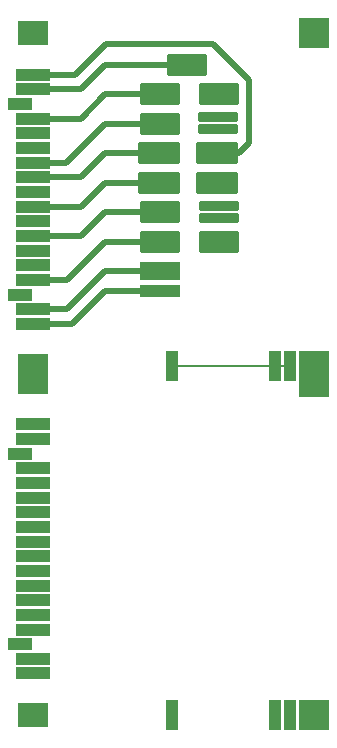
<source format=gtl>
%TF.GenerationSoftware,KiCad,Pcbnew,9.0.3*%
%TF.CreationDate,2026-01-26T00:41:47+02:00*%
%TF.ProjectId,SDCards,53444361-7264-4732-9e6b-696361645f70,rev?*%
%TF.SameCoordinates,Original*%
%TF.FileFunction,Copper,L1,Top*%
%TF.FilePolarity,Positive*%
%FSLAX46Y46*%
G04 Gerber Fmt 4.6, Leading zero omitted, Abs format (unit mm)*
G04 Created by KiCad (PCBNEW 9.0.3) date 2026-01-26 00:41:47*
%MOMM*%
%LPD*%
G01*
G04 APERTURE LIST*
G04 Aperture macros list*
%AMRoundRect*
0 Rectangle with rounded corners*
0 $1 Rounding radius*
0 $2 $3 $4 $5 $6 $7 $8 $9 X,Y pos of 4 corners*
0 Add a 4 corners polygon primitive as box body*
4,1,4,$2,$3,$4,$5,$6,$7,$8,$9,$2,$3,0*
0 Add four circle primitives for the rounded corners*
1,1,$1+$1,$2,$3*
1,1,$1+$1,$4,$5*
1,1,$1+$1,$6,$7*
1,1,$1+$1,$8,$9*
0 Add four rect primitives between the rounded corners*
20,1,$1+$1,$2,$3,$4,$5,0*
20,1,$1+$1,$4,$5,$6,$7,0*
20,1,$1+$1,$6,$7,$8,$9,0*
20,1,$1+$1,$8,$9,$2,$3,0*%
G04 Aperture macros list end*
%TA.AperFunction,ComponentPad*%
%ADD10R,3.000000X1.000000*%
%TD*%
%TA.AperFunction,ComponentPad*%
%ADD11R,1.000000X2.500000*%
%TD*%
%TA.AperFunction,ComponentPad*%
%ADD12R,2.500000X2.000000*%
%TD*%
%TA.AperFunction,ComponentPad*%
%ADD13R,2.500000X2.500000*%
%TD*%
%TA.AperFunction,ComponentPad*%
%ADD14R,2.000000X1.000000*%
%TD*%
%TA.AperFunction,ComponentPad*%
%ADD15RoundRect,0.128571X1.571429X-0.771429X1.571429X0.771429X-1.571429X0.771429X-1.571429X-0.771429X0*%
%TD*%
%TA.AperFunction,ComponentPad*%
%ADD16RoundRect,0.128571X1.671429X-0.771429X1.671429X0.771429X-1.671429X0.771429X-1.671429X-0.771429X0*%
%TD*%
%TA.AperFunction,ComponentPad*%
%ADD17RoundRect,0.114286X1.585714X-0.685714X1.585714X0.685714X-1.585714X0.685714X-1.585714X-0.685714X0*%
%TD*%
%TA.AperFunction,ComponentPad*%
%ADD18RoundRect,0.071429X1.628571X-0.428571X1.628571X0.428571X-1.628571X0.428571X-1.628571X-0.428571X0*%
%TD*%
%TA.AperFunction,ComponentPad*%
%ADD19RoundRect,0.057143X1.642857X-0.342857X1.642857X0.342857X-1.642857X0.342857X-1.642857X-0.342857X0*%
%TD*%
%TA.AperFunction,Conductor*%
%ADD20C,0.500000*%
%TD*%
%TA.AperFunction,Conductor*%
%ADD21C,0.200000*%
%TD*%
G04 APERTURE END LIST*
D10*
%TO.P,J3,1,CD/DAT3*%
%TO.N,Net-(J3-CD{slash}DAT3)*%
X71880000Y-102423529D03*
%TO.P,J3,2,CMD*%
%TO.N,Net-(J3-CMD)*%
X71880000Y-106147059D03*
%TO.P,J3,3,VSS1*%
%TO.N,Net-(J3-VSS1)*%
X71880000Y-107388235D03*
%TO.P,J3,4,VDD*%
%TO.N,Net-(J3-VDD)*%
X71880000Y-109870588D03*
%TO.P,J3,5,CLK*%
%TO.N,Net-(J3-CLK)*%
X71880000Y-112352941D03*
%TO.P,J3,6,VSS2*%
%TO.N,Net-(J3-VSS2)*%
X71880000Y-116076471D03*
%TO.P,J3,7,DAT0*%
%TO.N,Net-(J3-DAT0)*%
X71880000Y-118558824D03*
%TO.P,J3,8,DAT1*%
%TO.N,Net-(J3-DAT1)*%
X71880000Y-119800000D03*
%TO.P,J3,9,DAT2*%
%TO.N,Net-(J3-DAT2)*%
X71880000Y-99941176D03*
%TO.P,J3,11,D0+*%
%TO.N,Net-(J3-D0+)*%
X71880000Y-104905882D03*
%TO.P,J3,12,D0-*%
%TO.N,Net-(J3-D0-)*%
X71880000Y-103664706D03*
%TO.P,J3,13,VSS4*%
%TO.N,Net-(J3-VSS4)*%
X71880000Y-98700000D03*
%TO.P,J3,14,VDD2*%
%TO.N,Net-(J3-VDD2)*%
X71880000Y-108629412D03*
%TO.P,J3,15,D1-*%
%TO.N,Net-(J3-D1-)*%
X71880000Y-114835294D03*
%TO.P,J3,16,D1+*%
%TO.N,Net-(J3-D1+)*%
X71880000Y-113594118D03*
%TO.P,J3,17,Name*%
%TO.N,Net-(J3-Name)*%
X71880000Y-111111765D03*
D11*
%TO.P,J3,CD,CARD_DETECT*%
%TO.N,Net-(J3-CARD_DETECT)*%
X83680000Y-123350000D03*
%TO.P,J3,COM,COMMON*%
%TO.N,Net-(J3-COMMON)*%
X93630000Y-123350000D03*
D12*
%TO.P,J3,SH,SHIELD*%
%TO.N,Net-(J1-SHIELD)*%
X71880000Y-123350000D03*
D13*
X95680000Y-123350000D03*
D14*
X70780000Y-117317647D03*
X70780000Y-101182353D03*
D12*
X71880000Y-95150000D03*
D13*
X95680000Y-95150000D03*
D11*
%TO.P,J3,WP,WRITE_PROTECT*%
%TO.N,Net-(J3-WRITE_PROTECT)*%
X92400000Y-123350000D03*
%TD*%
D15*
%TO.P,J2,1,CD/DAT3*%
%TO.N,Net-(J1-CD{slash}DAT3)*%
X82645000Y-70767473D03*
%TO.P,J2,2,CMD*%
%TO.N,Net-(J1-CMD)*%
X82645000Y-73267473D03*
D16*
%TO.P,J2,3,VSS1*%
%TO.N,Net-(J1-VSS1)*%
X82545000Y-75767473D03*
%TO.P,J2,4,VDD*%
%TO.N,Net-(J1-VDD)*%
X82545000Y-78267473D03*
D15*
%TO.P,J2,5,CLK*%
%TO.N,Net-(J1-CLK)*%
X82645000Y-80767473D03*
%TO.P,J2,6,VSS2*%
%TO.N,Net-(J1-VSS2)*%
X82645000Y-83267473D03*
D17*
%TO.P,J2,7,DAT0*%
%TO.N,Net-(J1-DAT0)*%
X82645000Y-85692473D03*
D18*
%TO.P,J2,8,DAT1*%
%TO.N,Net-(J1-DAT1)*%
X82645000Y-87392473D03*
D15*
%TO.P,J2,9,DAT2*%
%TO.N,Net-(J1-DAT2)*%
X84945000Y-68267473D03*
%TO.P,J2,10,VSS3*%
%TO.N,Net-(J1-VSS1)*%
X87615000Y-70762473D03*
D19*
%TO.P,J2,11,D0+*%
%TO.N,Net-(J1-D0+)*%
X87585000Y-72722473D03*
%TO.P,J2,12,D0-*%
%TO.N,Net-(J1-D0-)*%
X87595000Y-73692473D03*
D16*
%TO.P,J2,13,VSS4*%
%TO.N,Net-(J1-VSS4)*%
X87515000Y-75762473D03*
%TO.P,J2,14,VDD2*%
%TO.N,Net-(J1-VDD2)*%
X87515000Y-78262473D03*
D19*
%TO.P,J2,15,D1-*%
%TO.N,Net-(J1-D1-)*%
X87605000Y-80252473D03*
%TO.P,J2,16,D1+*%
%TO.N,Net-(J1-D1+)*%
X87615000Y-81222473D03*
D15*
%TO.P,J2,17,Name*%
%TO.N,Net-(J1-Name)*%
X87615000Y-83262473D03*
%TD*%
D10*
%TO.P,J1,1,CD/DAT3*%
%TO.N,Net-(J1-CD{slash}DAT3)*%
X71880000Y-72823529D03*
%TO.P,J1,2,CMD*%
%TO.N,Net-(J1-CMD)*%
X71880000Y-76547059D03*
%TO.P,J1,3,VSS1*%
%TO.N,Net-(J1-VSS1)*%
X71880000Y-77788235D03*
%TO.P,J1,4,VDD*%
%TO.N,Net-(J1-VDD)*%
X71880000Y-80270588D03*
%TO.P,J1,5,CLK*%
%TO.N,Net-(J1-CLK)*%
X71880000Y-82752941D03*
%TO.P,J1,6,VSS2*%
%TO.N,Net-(J1-VSS2)*%
X71880000Y-86476471D03*
%TO.P,J1,7,DAT0*%
%TO.N,Net-(J1-DAT0)*%
X71880000Y-88958824D03*
%TO.P,J1,8,DAT1*%
%TO.N,Net-(J1-DAT1)*%
X71880000Y-90200000D03*
%TO.P,J1,9,DAT2*%
%TO.N,Net-(J1-DAT2)*%
X71880000Y-70341176D03*
%TO.P,J1,11,D0+*%
%TO.N,Net-(J1-D0+)*%
X71880000Y-75305882D03*
%TO.P,J1,12,D0-*%
%TO.N,Net-(J1-D0-)*%
X71880000Y-74064706D03*
%TO.P,J1,13,VSS4*%
%TO.N,Net-(J1-VSS4)*%
X71880000Y-69100000D03*
%TO.P,J1,14,VDD2*%
%TO.N,Net-(J1-VDD2)*%
X71880000Y-79029412D03*
%TO.P,J1,15,D1-*%
%TO.N,Net-(J1-D1-)*%
X71880000Y-85235294D03*
%TO.P,J1,16,D1+*%
%TO.N,Net-(J1-D1+)*%
X71880000Y-83994118D03*
%TO.P,J1,17,Name*%
%TO.N,Net-(J1-Name)*%
X71880000Y-81511765D03*
D11*
%TO.P,J1,CD,CARD_DETECT*%
%TO.N,Net-(J1-CARD_DETECT)*%
X83680000Y-93750000D03*
%TO.P,J1,COM,COMMON*%
X93630000Y-93750000D03*
D12*
%TO.P,J1,SH,SHIELD*%
%TO.N,Net-(J1-SHIELD)*%
X71880000Y-93750000D03*
D13*
X95680000Y-93750000D03*
D14*
X70780000Y-87717647D03*
X70780000Y-71582353D03*
D12*
X71880000Y-65550000D03*
D13*
X95680000Y-65550000D03*
D11*
%TO.P,J1,WP,WRITE_PROTECT*%
%TO.N,Net-(J1-CARD_DETECT)*%
X92400000Y-93750000D03*
%TD*%
D20*
%TO.N,Net-(J1-DAT2)*%
X75938824Y-70341176D02*
X71880000Y-70341176D01*
X78012527Y-68267473D02*
X75938824Y-70341176D01*
X84945000Y-68267473D02*
X78012527Y-68267473D01*
%TO.N,Net-(J1-CD{slash}DAT3)*%
X82645000Y-70767473D02*
X78022527Y-70767473D01*
X78022527Y-70767473D02*
X75966471Y-72823529D01*
X75966471Y-72823529D02*
X71880000Y-72823529D01*
%TO.N,Net-(J1-DAT0)*%
X78008007Y-85692473D02*
X74741656Y-88958824D01*
X82645000Y-85692473D02*
X78008007Y-85692473D01*
X74741656Y-88958824D02*
X71880000Y-88958824D01*
%TO.N,Net-(J1-CMD)*%
X82645000Y-73267473D02*
X77962527Y-73267473D01*
X77962527Y-73267473D02*
X74682941Y-76547059D01*
X74682941Y-76547059D02*
X71880000Y-76547059D01*
%TO.N,Net-(J1-DAT1)*%
X75220688Y-90200000D02*
X71880000Y-90200000D01*
X78028215Y-87392473D02*
X75220688Y-90200000D01*
X82645000Y-87392473D02*
X78028215Y-87392473D01*
%TO.N,Net-(J1-VDD)*%
X77992527Y-78267473D02*
X75989412Y-80270588D01*
X75989412Y-80270588D02*
X71880000Y-80270588D01*
X82545000Y-78267473D02*
X77992527Y-78267473D01*
%TO.N,Net-(J1-CLK)*%
X75967059Y-82752941D02*
X71880000Y-82752941D01*
X82645000Y-80767473D02*
X77952527Y-80767473D01*
X77952527Y-80767473D02*
X75967059Y-82752941D01*
%TO.N,Net-(J1-VSS4)*%
X87140000Y-66510000D02*
X78040000Y-66510000D01*
X78040000Y-66510000D02*
X75450000Y-69100000D01*
X90170000Y-74907473D02*
X90170000Y-69540000D01*
X89315000Y-75762473D02*
X90170000Y-74907473D01*
X87515000Y-75762473D02*
X89315000Y-75762473D01*
X75450000Y-69100000D02*
X71880000Y-69100000D01*
X90170000Y-69540000D02*
X87140000Y-66510000D01*
%TO.N,Net-(J1-VSS1)*%
X77982527Y-75767473D02*
X75961765Y-77788235D01*
X75961765Y-77788235D02*
X71880000Y-77788235D01*
X82545000Y-75767473D02*
X77982527Y-75767473D01*
%TO.N,Net-(J1-VSS2)*%
X74763529Y-86476471D02*
X71880000Y-86476471D01*
X77972527Y-83267473D02*
X74763529Y-86476471D01*
X82645000Y-83267473D02*
X77972527Y-83267473D01*
D21*
%TO.N,Net-(J1-CARD_DETECT)*%
X92400000Y-93750000D02*
X93630000Y-93750000D01*
X92400000Y-93750000D02*
X83680000Y-93750000D01*
X93630000Y-92628000D02*
X93630000Y-93750000D01*
%TD*%
M02*

</source>
